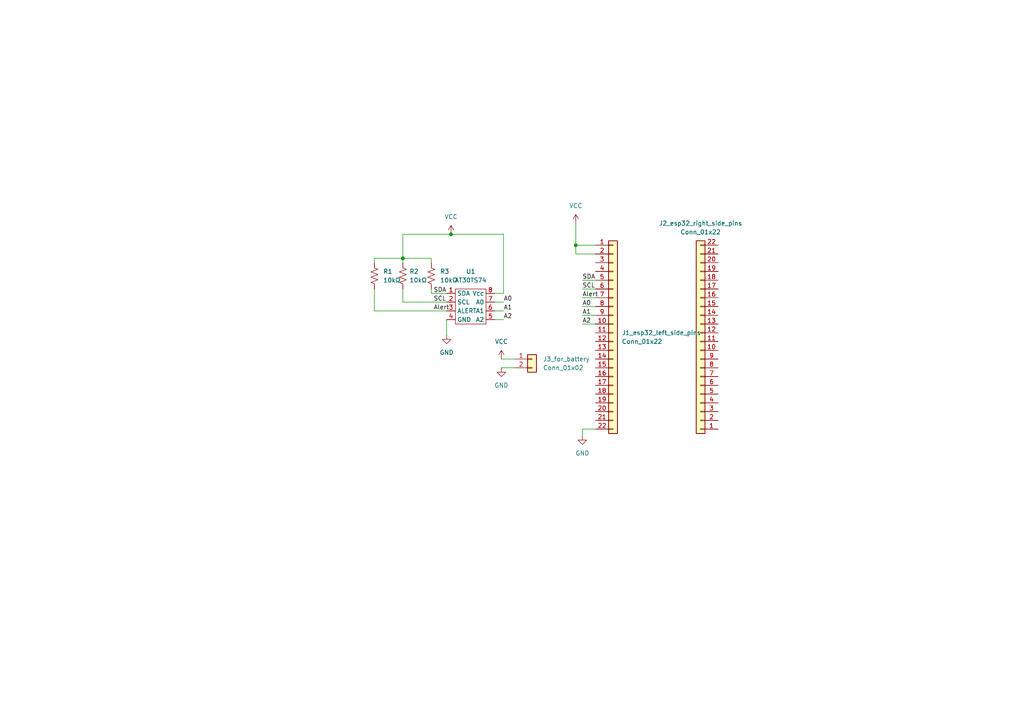
<source format=kicad_sch>
(kicad_sch (version 20211123) (generator eeschema)

  (uuid e63e39d7-6ac0-4ffd-8aa3-1841a4541b55)

  (paper "A4")

  (lib_symbols
    (symbol "Connector_Generic:Conn_01x02" (pin_names (offset 1.016) hide) (in_bom yes) (on_board yes)
      (property "Reference" "J" (id 0) (at 0 2.54 0)
        (effects (font (size 1.27 1.27)))
      )
      (property "Value" "Conn_01x02" (id 1) (at 0 -5.08 0)
        (effects (font (size 1.27 1.27)))
      )
      (property "Footprint" "" (id 2) (at 0 0 0)
        (effects (font (size 1.27 1.27)) hide)
      )
      (property "Datasheet" "~" (id 3) (at 0 0 0)
        (effects (font (size 1.27 1.27)) hide)
      )
      (property "ki_keywords" "connector" (id 4) (at 0 0 0)
        (effects (font (size 1.27 1.27)) hide)
      )
      (property "ki_description" "Generic connector, single row, 01x02, script generated (kicad-library-utils/schlib/autogen/connector/)" (id 5) (at 0 0 0)
        (effects (font (size 1.27 1.27)) hide)
      )
      (property "ki_fp_filters" "Connector*:*_1x??_*" (id 6) (at 0 0 0)
        (effects (font (size 1.27 1.27)) hide)
      )
      (symbol "Conn_01x02_1_1"
        (rectangle (start -1.27 -2.413) (end 0 -2.667)
          (stroke (width 0.1524) (type default) (color 0 0 0 0))
          (fill (type none))
        )
        (rectangle (start -1.27 0.127) (end 0 -0.127)
          (stroke (width 0.1524) (type default) (color 0 0 0 0))
          (fill (type none))
        )
        (rectangle (start -1.27 1.27) (end 1.27 -3.81)
          (stroke (width 0.254) (type default) (color 0 0 0 0))
          (fill (type background))
        )
        (pin passive line (at -5.08 0 0) (length 3.81)
          (name "Pin_1" (effects (font (size 1.27 1.27))))
          (number "1" (effects (font (size 1.27 1.27))))
        )
        (pin passive line (at -5.08 -2.54 0) (length 3.81)
          (name "Pin_2" (effects (font (size 1.27 1.27))))
          (number "2" (effects (font (size 1.27 1.27))))
        )
      )
    )
    (symbol "Connector_Generic:Conn_01x22" (pin_names (offset 1.016) hide) (in_bom yes) (on_board yes)
      (property "Reference" "J" (id 0) (at 0 27.94 0)
        (effects (font (size 1.27 1.27)))
      )
      (property "Value" "Conn_01x22" (id 1) (at 0 -30.48 0)
        (effects (font (size 1.27 1.27)))
      )
      (property "Footprint" "" (id 2) (at 0 0 0)
        (effects (font (size 1.27 1.27)) hide)
      )
      (property "Datasheet" "~" (id 3) (at 0 0 0)
        (effects (font (size 1.27 1.27)) hide)
      )
      (property "ki_keywords" "connector" (id 4) (at 0 0 0)
        (effects (font (size 1.27 1.27)) hide)
      )
      (property "ki_description" "Generic connector, single row, 01x22, script generated (kicad-library-utils/schlib/autogen/connector/)" (id 5) (at 0 0 0)
        (effects (font (size 1.27 1.27)) hide)
      )
      (property "ki_fp_filters" "Connector*:*_1x??_*" (id 6) (at 0 0 0)
        (effects (font (size 1.27 1.27)) hide)
      )
      (symbol "Conn_01x22_1_1"
        (rectangle (start -1.27 -27.813) (end 0 -28.067)
          (stroke (width 0.1524) (type default) (color 0 0 0 0))
          (fill (type none))
        )
        (rectangle (start -1.27 -25.273) (end 0 -25.527)
          (stroke (width 0.1524) (type default) (color 0 0 0 0))
          (fill (type none))
        )
        (rectangle (start -1.27 -22.733) (end 0 -22.987)
          (stroke (width 0.1524) (type default) (color 0 0 0 0))
          (fill (type none))
        )
        (rectangle (start -1.27 -20.193) (end 0 -20.447)
          (stroke (width 0.1524) (type default) (color 0 0 0 0))
          (fill (type none))
        )
        (rectangle (start -1.27 -17.653) (end 0 -17.907)
          (stroke (width 0.1524) (type default) (color 0 0 0 0))
          (fill (type none))
        )
        (rectangle (start -1.27 -15.113) (end 0 -15.367)
          (stroke (width 0.1524) (type default) (color 0 0 0 0))
          (fill (type none))
        )
        (rectangle (start -1.27 -12.573) (end 0 -12.827)
          (stroke (width 0.1524) (type default) (color 0 0 0 0))
          (fill (type none))
        )
        (rectangle (start -1.27 -10.033) (end 0 -10.287)
          (stroke (width 0.1524) (type default) (color 0 0 0 0))
          (fill (type none))
        )
        (rectangle (start -1.27 -7.493) (end 0 -7.747)
          (stroke (width 0.1524) (type default) (color 0 0 0 0))
          (fill (type none))
        )
        (rectangle (start -1.27 -4.953) (end 0 -5.207)
          (stroke (width 0.1524) (type default) (color 0 0 0 0))
          (fill (type none))
        )
        (rectangle (start -1.27 -2.413) (end 0 -2.667)
          (stroke (width 0.1524) (type default) (color 0 0 0 0))
          (fill (type none))
        )
        (rectangle (start -1.27 0.127) (end 0 -0.127)
          (stroke (width 0.1524) (type default) (color 0 0 0 0))
          (fill (type none))
        )
        (rectangle (start -1.27 2.667) (end 0 2.413)
          (stroke (width 0.1524) (type default) (color 0 0 0 0))
          (fill (type none))
        )
        (rectangle (start -1.27 5.207) (end 0 4.953)
          (stroke (width 0.1524) (type default) (color 0 0 0 0))
          (fill (type none))
        )
        (rectangle (start -1.27 7.747) (end 0 7.493)
          (stroke (width 0.1524) (type default) (color 0 0 0 0))
          (fill (type none))
        )
        (rectangle (start -1.27 10.287) (end 0 10.033)
          (stroke (width 0.1524) (type default) (color 0 0 0 0))
          (fill (type none))
        )
        (rectangle (start -1.27 12.827) (end 0 12.573)
          (stroke (width 0.1524) (type default) (color 0 0 0 0))
          (fill (type none))
        )
        (rectangle (start -1.27 15.367) (end 0 15.113)
          (stroke (width 0.1524) (type default) (color 0 0 0 0))
          (fill (type none))
        )
        (rectangle (start -1.27 17.907) (end 0 17.653)
          (stroke (width 0.1524) (type default) (color 0 0 0 0))
          (fill (type none))
        )
        (rectangle (start -1.27 20.447) (end 0 20.193)
          (stroke (width 0.1524) (type default) (color 0 0 0 0))
          (fill (type none))
        )
        (rectangle (start -1.27 22.987) (end 0 22.733)
          (stroke (width 0.1524) (type default) (color 0 0 0 0))
          (fill (type none))
        )
        (rectangle (start -1.27 25.527) (end 0 25.273)
          (stroke (width 0.1524) (type default) (color 0 0 0 0))
          (fill (type none))
        )
        (rectangle (start -1.27 26.67) (end 1.27 -29.21)
          (stroke (width 0.254) (type default) (color 0 0 0 0))
          (fill (type background))
        )
        (pin passive line (at -5.08 25.4 0) (length 3.81)
          (name "Pin_1" (effects (font (size 1.27 1.27))))
          (number "1" (effects (font (size 1.27 1.27))))
        )
        (pin passive line (at -5.08 2.54 0) (length 3.81)
          (name "Pin_10" (effects (font (size 1.27 1.27))))
          (number "10" (effects (font (size 1.27 1.27))))
        )
        (pin passive line (at -5.08 0 0) (length 3.81)
          (name "Pin_11" (effects (font (size 1.27 1.27))))
          (number "11" (effects (font (size 1.27 1.27))))
        )
        (pin passive line (at -5.08 -2.54 0) (length 3.81)
          (name "Pin_12" (effects (font (size 1.27 1.27))))
          (number "12" (effects (font (size 1.27 1.27))))
        )
        (pin passive line (at -5.08 -5.08 0) (length 3.81)
          (name "Pin_13" (effects (font (size 1.27 1.27))))
          (number "13" (effects (font (size 1.27 1.27))))
        )
        (pin passive line (at -5.08 -7.62 0) (length 3.81)
          (name "Pin_14" (effects (font (size 1.27 1.27))))
          (number "14" (effects (font (size 1.27 1.27))))
        )
        (pin passive line (at -5.08 -10.16 0) (length 3.81)
          (name "Pin_15" (effects (font (size 1.27 1.27))))
          (number "15" (effects (font (size 1.27 1.27))))
        )
        (pin passive line (at -5.08 -12.7 0) (length 3.81)
          (name "Pin_16" (effects (font (size 1.27 1.27))))
          (number "16" (effects (font (size 1.27 1.27))))
        )
        (pin passive line (at -5.08 -15.24 0) (length 3.81)
          (name "Pin_17" (effects (font (size 1.27 1.27))))
          (number "17" (effects (font (size 1.27 1.27))))
        )
        (pin passive line (at -5.08 -17.78 0) (length 3.81)
          (name "Pin_18" (effects (font (size 1.27 1.27))))
          (number "18" (effects (font (size 1.27 1.27))))
        )
        (pin passive line (at -5.08 -20.32 0) (length 3.81)
          (name "Pin_19" (effects (font (size 1.27 1.27))))
          (number "19" (effects (font (size 1.27 1.27))))
        )
        (pin passive line (at -5.08 22.86 0) (length 3.81)
          (name "Pin_2" (effects (font (size 1.27 1.27))))
          (number "2" (effects (font (size 1.27 1.27))))
        )
        (pin passive line (at -5.08 -22.86 0) (length 3.81)
          (name "Pin_20" (effects (font (size 1.27 1.27))))
          (number "20" (effects (font (size 1.27 1.27))))
        )
        (pin passive line (at -5.08 -25.4 0) (length 3.81)
          (name "Pin_21" (effects (font (size 1.27 1.27))))
          (number "21" (effects (font (size 1.27 1.27))))
        )
        (pin passive line (at -5.08 -27.94 0) (length 3.81)
          (name "Pin_22" (effects (font (size 1.27 1.27))))
          (number "22" (effects (font (size 1.27 1.27))))
        )
        (pin passive line (at -5.08 20.32 0) (length 3.81)
          (name "Pin_3" (effects (font (size 1.27 1.27))))
          (number "3" (effects (font (size 1.27 1.27))))
        )
        (pin passive line (at -5.08 17.78 0) (length 3.81)
          (name "Pin_4" (effects (font (size 1.27 1.27))))
          (number "4" (effects (font (size 1.27 1.27))))
        )
        (pin passive line (at -5.08 15.24 0) (length 3.81)
          (name "Pin_5" (effects (font (size 1.27 1.27))))
          (number "5" (effects (font (size 1.27 1.27))))
        )
        (pin passive line (at -5.08 12.7 0) (length 3.81)
          (name "Pin_6" (effects (font (size 1.27 1.27))))
          (number "6" (effects (font (size 1.27 1.27))))
        )
        (pin passive line (at -5.08 10.16 0) (length 3.81)
          (name "Pin_7" (effects (font (size 1.27 1.27))))
          (number "7" (effects (font (size 1.27 1.27))))
        )
        (pin passive line (at -5.08 7.62 0) (length 3.81)
          (name "Pin_8" (effects (font (size 1.27 1.27))))
          (number "8" (effects (font (size 1.27 1.27))))
        )
        (pin passive line (at -5.08 5.08 0) (length 3.81)
          (name "Pin_9" (effects (font (size 1.27 1.27))))
          (number "9" (effects (font (size 1.27 1.27))))
        )
      )
    )
    (symbol "Device:R_US" (pin_numbers hide) (pin_names (offset 0)) (in_bom yes) (on_board yes)
      (property "Reference" "R" (id 0) (at 2.54 0 90)
        (effects (font (size 1.27 1.27)))
      )
      (property "Value" "R_US" (id 1) (at -2.54 0 90)
        (effects (font (size 1.27 1.27)))
      )
      (property "Footprint" "" (id 2) (at 1.016 -0.254 90)
        (effects (font (size 1.27 1.27)) hide)
      )
      (property "Datasheet" "~" (id 3) (at 0 0 0)
        (effects (font (size 1.27 1.27)) hide)
      )
      (property "ki_keywords" "R res resistor" (id 4) (at 0 0 0)
        (effects (font (size 1.27 1.27)) hide)
      )
      (property "ki_description" "Resistor, US symbol" (id 5) (at 0 0 0)
        (effects (font (size 1.27 1.27)) hide)
      )
      (property "ki_fp_filters" "R_*" (id 6) (at 0 0 0)
        (effects (font (size 1.27 1.27)) hide)
      )
      (symbol "R_US_0_1"
        (polyline
          (pts
            (xy 0 -2.286)
            (xy 0 -2.54)
          )
          (stroke (width 0) (type default) (color 0 0 0 0))
          (fill (type none))
        )
        (polyline
          (pts
            (xy 0 2.286)
            (xy 0 2.54)
          )
          (stroke (width 0) (type default) (color 0 0 0 0))
          (fill (type none))
        )
        (polyline
          (pts
            (xy 0 -0.762)
            (xy 1.016 -1.143)
            (xy 0 -1.524)
            (xy -1.016 -1.905)
            (xy 0 -2.286)
          )
          (stroke (width 0) (type default) (color 0 0 0 0))
          (fill (type none))
        )
        (polyline
          (pts
            (xy 0 0.762)
            (xy 1.016 0.381)
            (xy 0 0)
            (xy -1.016 -0.381)
            (xy 0 -0.762)
          )
          (stroke (width 0) (type default) (color 0 0 0 0))
          (fill (type none))
        )
        (polyline
          (pts
            (xy 0 2.286)
            (xy 1.016 1.905)
            (xy 0 1.524)
            (xy -1.016 1.143)
            (xy 0 0.762)
          )
          (stroke (width 0) (type default) (color 0 0 0 0))
          (fill (type none))
        )
      )
      (symbol "R_US_1_1"
        (pin passive line (at 0 3.81 270) (length 1.27)
          (name "~" (effects (font (size 1.27 1.27))))
          (number "1" (effects (font (size 1.27 1.27))))
        )
        (pin passive line (at 0 -3.81 90) (length 1.27)
          (name "~" (effects (font (size 1.27 1.27))))
          (number "2" (effects (font (size 1.27 1.27))))
        )
      )
    )
    (symbol "Temp Sensors:AT30TS74" (in_bom yes) (on_board yes)
      (property "Reference" "U" (id 0) (at 0 0 0)
        (effects (font (size 1.27 1.27)))
      )
      (property "Value" "AT30TS74" (id 1) (at 0 0 0)
        (effects (font (size 1.27 1.27)))
      )
      (property "Footprint" "" (id 2) (at 0 0 0)
        (effects (font (size 1.27 1.27)) hide)
      )
      (property "Datasheet" "" (id 3) (at 0 0 0)
        (effects (font (size 1.27 1.27)) hide)
      )
      (symbol "AT30TS74_0_1"
        (rectangle (start -3.81 13.97) (end 5.08 3.81)
          (stroke (width 0) (type default) (color 0 0 0 0))
          (fill (type none))
        )
      )
      (symbol "AT30TS74_1_1"
        (pin bidirectional line (at -6.35 12.7 0) (length 2.54)
          (name "SDA" (effects (font (size 1.27 1.27))))
          (number "1" (effects (font (size 1.27 1.27))))
        )
        (pin input line (at -6.35 10.16 0) (length 2.54)
          (name "SCL" (effects (font (size 1.27 1.27))))
          (number "2" (effects (font (size 1.27 1.27))))
        )
        (pin output line (at -6.35 7.62 0) (length 2.54)
          (name "ALERT" (effects (font (size 1.27 1.27))))
          (number "3" (effects (font (size 1.27 1.27))))
        )
        (pin input line (at -6.35 5.08 0) (length 2.54)
          (name "GND" (effects (font (size 1.27 1.27))))
          (number "4" (effects (font (size 1.27 1.27))))
        )
        (pin input line (at 7.62 5.08 180) (length 2.54)
          (name "A2" (effects (font (size 1.27 1.27))))
          (number "5" (effects (font (size 1.27 1.27))))
        )
        (pin input line (at 7.62 7.62 180) (length 2.54)
          (name "A1" (effects (font (size 1.27 1.27))))
          (number "6" (effects (font (size 1.27 1.27))))
        )
        (pin input line (at 7.62 10.16 180) (length 2.54)
          (name "A0" (effects (font (size 1.27 1.27))))
          (number "7" (effects (font (size 1.27 1.27))))
        )
        (pin input line (at 7.62 12.7 180) (length 2.54)
          (name "Vcc" (effects (font (size 1.27 1.27))))
          (number "8" (effects (font (size 1.27 1.27))))
        )
      )
    )
    (symbol "power:GND" (power) (pin_names (offset 0)) (in_bom yes) (on_board yes)
      (property "Reference" "#PWR" (id 0) (at 0 -6.35 0)
        (effects (font (size 1.27 1.27)) hide)
      )
      (property "Value" "GND" (id 1) (at 0 -3.81 0)
        (effects (font (size 1.27 1.27)))
      )
      (property "Footprint" "" (id 2) (at 0 0 0)
        (effects (font (size 1.27 1.27)) hide)
      )
      (property "Datasheet" "" (id 3) (at 0 0 0)
        (effects (font (size 1.27 1.27)) hide)
      )
      (property "ki_keywords" "power-flag" (id 4) (at 0 0 0)
        (effects (font (size 1.27 1.27)) hide)
      )
      (property "ki_description" "Power symbol creates a global label with name \"GND\" , ground" (id 5) (at 0 0 0)
        (effects (font (size 1.27 1.27)) hide)
      )
      (symbol "GND_0_1"
        (polyline
          (pts
            (xy 0 0)
            (xy 0 -1.27)
            (xy 1.27 -1.27)
            (xy 0 -2.54)
            (xy -1.27 -1.27)
            (xy 0 -1.27)
          )
          (stroke (width 0) (type default) (color 0 0 0 0))
          (fill (type none))
        )
      )
      (symbol "GND_1_1"
        (pin power_in line (at 0 0 270) (length 0) hide
          (name "GND" (effects (font (size 1.27 1.27))))
          (number "1" (effects (font (size 1.27 1.27))))
        )
      )
    )
    (symbol "power:VCC" (power) (pin_names (offset 0)) (in_bom yes) (on_board yes)
      (property "Reference" "#PWR" (id 0) (at 0 -3.81 0)
        (effects (font (size 1.27 1.27)) hide)
      )
      (property "Value" "VCC" (id 1) (at 0 3.81 0)
        (effects (font (size 1.27 1.27)))
      )
      (property "Footprint" "" (id 2) (at 0 0 0)
        (effects (font (size 1.27 1.27)) hide)
      )
      (property "Datasheet" "" (id 3) (at 0 0 0)
        (effects (font (size 1.27 1.27)) hide)
      )
      (property "ki_keywords" "power-flag" (id 4) (at 0 0 0)
        (effects (font (size 1.27 1.27)) hide)
      )
      (property "ki_description" "Power symbol creates a global label with name \"VCC\"" (id 5) (at 0 0 0)
        (effects (font (size 1.27 1.27)) hide)
      )
      (symbol "VCC_0_1"
        (polyline
          (pts
            (xy -0.762 1.27)
            (xy 0 2.54)
          )
          (stroke (width 0) (type default) (color 0 0 0 0))
          (fill (type none))
        )
        (polyline
          (pts
            (xy 0 0)
            (xy 0 2.54)
          )
          (stroke (width 0) (type default) (color 0 0 0 0))
          (fill (type none))
        )
        (polyline
          (pts
            (xy 0 2.54)
            (xy 0.762 1.27)
          )
          (stroke (width 0) (type default) (color 0 0 0 0))
          (fill (type none))
        )
      )
      (symbol "VCC_1_1"
        (pin power_in line (at 0 0 90) (length 0) hide
          (name "VCC" (effects (font (size 1.27 1.27))))
          (number "1" (effects (font (size 1.27 1.27))))
        )
      )
    )
  )

  (junction (at 167.005 71.12) (diameter 0) (color 0 0 0 0)
    (uuid 634fbb43-a6df-4b90-b605-6c2815283afc)
  )
  (junction (at 116.84 74.93) (diameter 0) (color 0 0 0 0)
    (uuid 6d88bdbe-c888-4646-8a33-0dccb85024be)
  )
  (junction (at 130.81 67.945) (diameter 0) (color 0 0 0 0)
    (uuid c8d96764-aab0-459f-9143-47962833880e)
  )

  (wire (pts (xy 116.84 74.93) (xy 116.84 76.2))
    (stroke (width 0) (type default) (color 0 0 0 0))
    (uuid 02024209-ce7c-4340-91a2-371cc383fe20)
  )
  (wire (pts (xy 143.51 87.63) (xy 146.05 87.63))
    (stroke (width 0) (type default) (color 0 0 0 0))
    (uuid 0ac076c9-efa1-4b22-bb7d-587b84df8c88)
  )
  (wire (pts (xy 168.91 91.44) (xy 172.72 91.44))
    (stroke (width 0) (type default) (color 0 0 0 0))
    (uuid 0bcd1a6b-924d-4927-a948-feb26e28e4ce)
  )
  (wire (pts (xy 146.05 85.09) (xy 146.05 67.945))
    (stroke (width 0) (type default) (color 0 0 0 0))
    (uuid 0d255299-2b55-4320-9d76-a7e4a1aa3a67)
  )
  (wire (pts (xy 167.005 71.12) (xy 167.005 73.66))
    (stroke (width 0) (type default) (color 0 0 0 0))
    (uuid 10c90f84-bac5-4133-be21-ebbb7da8f547)
  )
  (wire (pts (xy 129.54 87.63) (xy 116.84 87.63))
    (stroke (width 0) (type default) (color 0 0 0 0))
    (uuid 2bb74159-ccb4-441d-b391-98059a48dcfa)
  )
  (wire (pts (xy 108.585 74.93) (xy 108.585 76.2))
    (stroke (width 0) (type default) (color 0 0 0 0))
    (uuid 2da13d6f-05be-455d-b411-4e9c5197856e)
  )
  (wire (pts (xy 125.095 76.2) (xy 125.095 74.93))
    (stroke (width 0) (type default) (color 0 0 0 0))
    (uuid 35096634-172a-4266-8e0e-bd8ec50b4814)
  )
  (wire (pts (xy 168.91 88.9) (xy 172.72 88.9))
    (stroke (width 0) (type default) (color 0 0 0 0))
    (uuid 3fffc392-7409-407b-b594-08accf1862b6)
  )
  (wire (pts (xy 168.91 93.98) (xy 172.72 93.98))
    (stroke (width 0) (type default) (color 0 0 0 0))
    (uuid 44a24ea6-759f-458d-a6ac-93b7d32977ed)
  )
  (wire (pts (xy 168.91 83.82) (xy 172.72 83.82))
    (stroke (width 0) (type default) (color 0 0 0 0))
    (uuid 4c06e533-c7b6-4e82-9e2d-a6f40155a94e)
  )
  (wire (pts (xy 168.91 86.36) (xy 172.72 86.36))
    (stroke (width 0) (type default) (color 0 0 0 0))
    (uuid 5278478d-456e-47f8-9f83-c62afbf0988b)
  )
  (wire (pts (xy 172.72 124.46) (xy 168.91 124.46))
    (stroke (width 0) (type default) (color 0 0 0 0))
    (uuid 5d539f75-05b5-49a4-b2dc-e12b73dcb495)
  )
  (wire (pts (xy 145.415 104.14) (xy 149.225 104.14))
    (stroke (width 0) (type default) (color 0 0 0 0))
    (uuid 6073af31-53c2-49de-8aa1-5c5505054de0)
  )
  (wire (pts (xy 116.84 74.93) (xy 125.095 74.93))
    (stroke (width 0) (type default) (color 0 0 0 0))
    (uuid 61a355d9-5231-4699-9738-3ec704d44035)
  )
  (wire (pts (xy 143.51 90.17) (xy 146.05 90.17))
    (stroke (width 0) (type default) (color 0 0 0 0))
    (uuid 71508de7-2379-42a3-8796-7d6a9e13ad03)
  )
  (wire (pts (xy 125.095 83.82) (xy 125.095 85.09))
    (stroke (width 0) (type default) (color 0 0 0 0))
    (uuid 73eb8cce-d31f-424a-b1d5-e63d534c181c)
  )
  (wire (pts (xy 143.51 92.71) (xy 146.05 92.71))
    (stroke (width 0) (type default) (color 0 0 0 0))
    (uuid 755fee50-2a88-44bb-8a58-1411d7eff695)
  )
  (wire (pts (xy 116.84 83.82) (xy 116.84 87.63))
    (stroke (width 0) (type default) (color 0 0 0 0))
    (uuid 78e288f6-3219-43f5-b222-0b33e0a0eac8)
  )
  (wire (pts (xy 172.72 71.12) (xy 167.005 71.12))
    (stroke (width 0) (type default) (color 0 0 0 0))
    (uuid 86b479b8-dc79-4f2e-a729-719d6abad17b)
  )
  (wire (pts (xy 168.91 81.28) (xy 172.72 81.28))
    (stroke (width 0) (type default) (color 0 0 0 0))
    (uuid a48a44f2-3c90-4840-9631-fba0ba987a31)
  )
  (wire (pts (xy 116.84 67.945) (xy 116.84 74.93))
    (stroke (width 0) (type default) (color 0 0 0 0))
    (uuid ac2d7347-d054-4357-a487-948836c4b634)
  )
  (wire (pts (xy 108.585 83.82) (xy 108.585 90.17))
    (stroke (width 0) (type default) (color 0 0 0 0))
    (uuid c39ea287-ed92-42cf-a42f-0a058487a5d7)
  )
  (wire (pts (xy 167.005 64.77) (xy 167.005 71.12))
    (stroke (width 0) (type default) (color 0 0 0 0))
    (uuid c9aa2994-c39c-4ab3-952c-91f132e9dd28)
  )
  (wire (pts (xy 143.51 85.09) (xy 146.05 85.09))
    (stroke (width 0) (type default) (color 0 0 0 0))
    (uuid cd25f273-e43e-4873-a1ff-7dd0cfff250d)
  )
  (wire (pts (xy 172.72 73.66) (xy 167.005 73.66))
    (stroke (width 0) (type default) (color 0 0 0 0))
    (uuid d2d13151-4e30-4405-9d5f-9b9711d0687b)
  )
  (wire (pts (xy 145.415 106.68) (xy 149.225 106.68))
    (stroke (width 0) (type default) (color 0 0 0 0))
    (uuid d5cffccb-9972-463f-989f-cb3ee270427e)
  )
  (wire (pts (xy 129.54 92.71) (xy 129.54 97.155))
    (stroke (width 0) (type default) (color 0 0 0 0))
    (uuid d62acfcd-78e9-48e2-8cfb-4057b64de403)
  )
  (wire (pts (xy 129.54 90.17) (xy 108.585 90.17))
    (stroke (width 0) (type default) (color 0 0 0 0))
    (uuid daaa414d-49a8-4397-86ba-295d6dedf1a8)
  )
  (wire (pts (xy 116.84 67.945) (xy 130.81 67.945))
    (stroke (width 0) (type default) (color 0 0 0 0))
    (uuid e5f41159-2bff-44c2-af46-7ef1588347c3)
  )
  (wire (pts (xy 146.05 67.945) (xy 130.81 67.945))
    (stroke (width 0) (type default) (color 0 0 0 0))
    (uuid e637e37a-5cb8-463a-a0d0-9051b774f49a)
  )
  (wire (pts (xy 129.54 85.09) (xy 125.095 85.09))
    (stroke (width 0) (type default) (color 0 0 0 0))
    (uuid f8b22858-19d0-4658-8c54-d50707981b51)
  )
  (wire (pts (xy 168.91 124.46) (xy 168.91 126.365))
    (stroke (width 0) (type default) (color 0 0 0 0))
    (uuid f9da101c-bbb7-4aab-872c-61dbbf2fb333)
  )
  (wire (pts (xy 108.585 74.93) (xy 116.84 74.93))
    (stroke (width 0) (type default) (color 0 0 0 0))
    (uuid fc2e6937-75ad-4c5e-862d-3bdf44129aa7)
  )

  (label "SCL" (at 168.91 83.82 0)
    (effects (font (size 1.27 1.27)) (justify left bottom))
    (uuid 21a69550-3346-4648-ae78-c3386a8342fa)
  )
  (label "A2" (at 146.05 92.71 0)
    (effects (font (size 1.27 1.27)) (justify left bottom))
    (uuid 3a072549-dda6-4953-bdfe-dd6190d4a61b)
  )
  (label "A1" (at 146.05 90.17 0)
    (effects (font (size 1.27 1.27)) (justify left bottom))
    (uuid 3b204b87-4d85-4224-90d3-2c62fdaacf52)
  )
  (label "A0" (at 146.05 87.63 0)
    (effects (font (size 1.27 1.27)) (justify left bottom))
    (uuid 44ae28a0-df72-45f7-8270-2dd06f1cdb3c)
  )
  (label "SDA" (at 125.73 85.09 0)
    (effects (font (size 1.27 1.27)) (justify left bottom))
    (uuid 6175e2dc-603e-498f-8d62-339725f0603f)
  )
  (label "A1" (at 168.91 91.44 0)
    (effects (font (size 1.27 1.27)) (justify left bottom))
    (uuid 805e6430-947c-486d-bae1-e545d51b12c5)
  )
  (label "Alert" (at 168.91 86.36 0)
    (effects (font (size 1.27 1.27)) (justify left bottom))
    (uuid 89a7fc2c-c08b-4370-94bc-d973326f7073)
  )
  (label "Alert" (at 125.73 90.17 0)
    (effects (font (size 1.27 1.27)) (justify left bottom))
    (uuid 92486822-8ece-4270-8efc-aa70dbb6fa64)
  )
  (label "SDA" (at 168.91 81.28 0)
    (effects (font (size 1.27 1.27)) (justify left bottom))
    (uuid c7690352-2200-4e7f-bd0f-7fe3dd24cec6)
  )
  (label "A2" (at 168.91 93.98 0)
    (effects (font (size 1.27 1.27)) (justify left bottom))
    (uuid cd4bc88a-8423-45e0-835f-facb8208a502)
  )
  (label "SCL" (at 125.73 87.63 0)
    (effects (font (size 1.27 1.27)) (justify left bottom))
    (uuid ddeb7290-ccba-4429-869f-ccaeb1cc6577)
  )
  (label "A0" (at 168.91 88.9 0)
    (effects (font (size 1.27 1.27)) (justify left bottom))
    (uuid f6817234-9996-44b3-bae3-311205040821)
  )

  (symbol (lib_id "power:VCC") (at 167.005 64.77 0) (unit 1)
    (in_bom yes) (on_board yes) (fields_autoplaced)
    (uuid 04c0bcc4-1d7d-49a7-897d-3b820d490822)
    (property "Reference" "#PWR04" (id 0) (at 167.005 68.58 0)
      (effects (font (size 1.27 1.27)) hide)
    )
    (property "Value" "VCC" (id 1) (at 167.005 59.69 0))
    (property "Footprint" "" (id 2) (at 167.005 64.77 0)
      (effects (font (size 1.27 1.27)) hide)
    )
    (property "Datasheet" "" (id 3) (at 167.005 64.77 0)
      (effects (font (size 1.27 1.27)) hide)
    )
    (pin "1" (uuid e08464c6-9dff-4cd7-8c70-7eb6596638a4))
  )

  (symbol (lib_id "power:GND") (at 129.54 97.155 0) (unit 1)
    (in_bom yes) (on_board yes) (fields_autoplaced)
    (uuid 04d44784-21ba-4af4-a79e-82da374747a6)
    (property "Reference" "#PWR01" (id 0) (at 129.54 103.505 0)
      (effects (font (size 1.27 1.27)) hide)
    )
    (property "Value" "GND" (id 1) (at 129.54 102.235 0))
    (property "Footprint" "" (id 2) (at 129.54 97.155 0)
      (effects (font (size 1.27 1.27)) hide)
    )
    (property "Datasheet" "" (id 3) (at 129.54 97.155 0)
      (effects (font (size 1.27 1.27)) hide)
    )
    (pin "1" (uuid af4642eb-9d03-49a2-ad8d-c163eb334d6f))
  )

  (symbol (lib_id "Device:R_US") (at 108.585 80.01 0) (unit 1)
    (in_bom yes) (on_board yes) (fields_autoplaced)
    (uuid 193d007f-8099-4c51-b9f0-e58141240683)
    (property "Reference" "R1" (id 0) (at 111.125 78.7399 0)
      (effects (font (size 1.27 1.27)) (justify left))
    )
    (property "Value" "10kΩ" (id 1) (at 111.125 81.2799 0)
      (effects (font (size 1.27 1.27)) (justify left))
    )
    (property "Footprint" "Resistor_SMD:R_0805_2012Metric_Pad1.20x1.40mm_HandSolder" (id 2) (at 109.601 80.264 90)
      (effects (font (size 1.27 1.27)) hide)
    )
    (property "Datasheet" "~" (id 3) (at 108.585 80.01 0)
      (effects (font (size 1.27 1.27)) hide)
    )
    (pin "1" (uuid 7b689663-d4e3-40ba-9abb-cfd73a59d416))
    (pin "2" (uuid e302535d-6503-4dfd-b65e-6c8293a3f335))
  )

  (symbol (lib_id "Connector_Generic:Conn_01x22") (at 177.8 96.52 0) (unit 1)
    (in_bom yes) (on_board yes) (fields_autoplaced)
    (uuid 2f3fd508-c5e9-49ed-9fe9-6bdcdc6f5a8e)
    (property "Reference" "J1_esp32_left_side_pins" (id 0) (at 180.34 96.5199 0)
      (effects (font (size 1.27 1.27)) (justify left))
    )
    (property "Value" "Conn_01x22" (id 1) (at 180.34 99.0599 0)
      (effects (font (size 1.27 1.27)) (justify left))
    )
    (property "Footprint" "" (id 2) (at 177.8 96.52 0)
      (effects (font (size 1.27 1.27)) hide)
    )
    (property "Datasheet" "~" (id 3) (at 177.8 96.52 0)
      (effects (font (size 1.27 1.27)) hide)
    )
    (pin "1" (uuid 448be6d8-945e-4781-95fb-9f3bda5771de))
    (pin "10" (uuid 5703b3d9-166b-4225-8709-6d7799d6d901))
    (pin "11" (uuid 7933bb5b-6f3f-43d2-a540-42a6643923b5))
    (pin "12" (uuid c843b875-49eb-4965-8514-9250b2fe72d7))
    (pin "13" (uuid f7b371a3-ebe4-418b-9995-088ad110da91))
    (pin "14" (uuid 5a1d37b2-b4ca-4d3e-b394-327589dc2deb))
    (pin "15" (uuid 062059c9-8380-4e44-92f5-fba8ed47986b))
    (pin "16" (uuid e57bbe4a-84be-4ad1-994f-7ccf148c5716))
    (pin "17" (uuid 8cf9ff4a-c858-4db6-9f15-fa8caf387fb8))
    (pin "18" (uuid 49fbdac9-1e54-413f-95b4-389f3e0b5d40))
    (pin "19" (uuid ee13a412-3417-447f-9387-6f9e66cc2545))
    (pin "2" (uuid ac5155da-9068-4498-b032-f68e2480e586))
    (pin "20" (uuid 38e4091e-2572-4c61-af11-f89162d5328c))
    (pin "21" (uuid c6dda301-c986-4be8-bbc2-1110e642c6f0))
    (pin "22" (uuid c7bce2da-2326-4bab-acc3-d0d0d28ab401))
    (pin "3" (uuid bf72ceea-5838-4473-91c7-c9cbcb8c2976))
    (pin "4" (uuid dd24afbe-95e8-489b-b353-7156fe35c5e1))
    (pin "5" (uuid 3c13c3f8-694a-4b62-bfda-76473e572eda))
    (pin "6" (uuid b0942f39-151e-48cc-8f10-3eb3bd432682))
    (pin "7" (uuid b2f291e0-c84d-4899-a566-7cda89751f83))
    (pin "8" (uuid d091e0a5-a878-4c7d-a798-af7e6236ce9b))
    (pin "9" (uuid 14da9de0-e01d-400b-abae-94c3f1c4ff70))
  )

  (symbol (lib_id "power:GND") (at 145.415 106.68 0) (unit 1)
    (in_bom yes) (on_board yes) (fields_autoplaced)
    (uuid 5eddcd1b-87d7-4960-80f1-77c66cbc105e)
    (property "Reference" "#PWR03" (id 0) (at 145.415 113.03 0)
      (effects (font (size 1.27 1.27)) hide)
    )
    (property "Value" "GND" (id 1) (at 145.415 111.76 0))
    (property "Footprint" "" (id 2) (at 145.415 106.68 0)
      (effects (font (size 1.27 1.27)) hide)
    )
    (property "Datasheet" "" (id 3) (at 145.415 106.68 0)
      (effects (font (size 1.27 1.27)) hide)
    )
    (pin "1" (uuid 96738b4a-fb5d-41b6-be93-0bf2152c8e83))
  )

  (symbol (lib_id "power:VCC") (at 130.81 67.945 0) (unit 1)
    (in_bom yes) (on_board yes) (fields_autoplaced)
    (uuid 5f2b75bc-47c4-4c49-bf25-158a32ecac5e)
    (property "Reference" "#PWR02" (id 0) (at 130.81 71.755 0)
      (effects (font (size 1.27 1.27)) hide)
    )
    (property "Value" "VCC" (id 1) (at 130.81 62.865 0))
    (property "Footprint" "" (id 2) (at 130.81 67.945 0)
      (effects (font (size 1.27 1.27)) hide)
    )
    (property "Datasheet" "" (id 3) (at 130.81 67.945 0)
      (effects (font (size 1.27 1.27)) hide)
    )
    (pin "1" (uuid c78dbc5c-fbc9-42b0-819d-4b9e5bf239a3))
  )

  (symbol (lib_id "Connector_Generic:Conn_01x02") (at 154.305 104.14 0) (unit 1)
    (in_bom yes) (on_board yes) (fields_autoplaced)
    (uuid 762b471d-746b-40db-9491-d51e6f1155aa)
    (property "Reference" "J3_for_battery" (id 0) (at 157.48 104.1399 0)
      (effects (font (size 1.27 1.27)) (justify left))
    )
    (property "Value" "Conn_01x02" (id 1) (at 157.48 106.6799 0)
      (effects (font (size 1.27 1.27)) (justify left))
    )
    (property "Footprint" "" (id 2) (at 154.305 104.14 0)
      (effects (font (size 1.27 1.27)) hide)
    )
    (property "Datasheet" "~" (id 3) (at 154.305 104.14 0)
      (effects (font (size 1.27 1.27)) hide)
    )
    (pin "1" (uuid fa8afef9-021f-4841-b7fd-d4a227209fb3))
    (pin "2" (uuid 347e2698-6f93-4bd5-9c42-31871f02b3f2))
  )

  (symbol (lib_id "Device:R_US") (at 116.84 80.01 0) (unit 1)
    (in_bom yes) (on_board yes) (fields_autoplaced)
    (uuid 7897f435-ca2e-4185-ae83-837e505bab70)
    (property "Reference" "R2" (id 0) (at 118.745 78.7399 0)
      (effects (font (size 1.27 1.27)) (justify left))
    )
    (property "Value" "10kΩ" (id 1) (at 118.745 81.2799 0)
      (effects (font (size 1.27 1.27)) (justify left))
    )
    (property "Footprint" "Resistor_SMD:R_0805_2012Metric_Pad1.20x1.40mm_HandSolder" (id 2) (at 117.856 80.264 90)
      (effects (font (size 1.27 1.27)) hide)
    )
    (property "Datasheet" "~" (id 3) (at 116.84 80.01 0)
      (effects (font (size 1.27 1.27)) hide)
    )
    (pin "1" (uuid 5eb4aecd-e0df-42c4-9716-e679c869f63c))
    (pin "2" (uuid 93aeef62-c4d4-4345-8487-cc4871395e12))
  )

  (symbol (lib_id "Device:R_US") (at 125.095 80.01 0) (unit 1)
    (in_bom yes) (on_board yes) (fields_autoplaced)
    (uuid 7c95d97a-efb2-4f3b-8b5e-1ad95c61ed6b)
    (property "Reference" "R3" (id 0) (at 127.635 78.7399 0)
      (effects (font (size 1.27 1.27)) (justify left))
    )
    (property "Value" "10kΩ" (id 1) (at 127.635 81.2799 0)
      (effects (font (size 1.27 1.27)) (justify left))
    )
    (property "Footprint" "Resistor_SMD:R_0805_2012Metric_Pad1.20x1.40mm_HandSolder" (id 2) (at 126.111 80.264 90)
      (effects (font (size 1.27 1.27)) hide)
    )
    (property "Datasheet" "~" (id 3) (at 125.095 80.01 0)
      (effects (font (size 1.27 1.27)) hide)
    )
    (pin "1" (uuid 9e2c1bd7-b369-4b68-9bb7-4464892a386f))
    (pin "2" (uuid 1ea8f070-35e3-4a9f-954a-e82b8d891446))
  )

  (symbol (lib_id "power:GND") (at 168.91 126.365 0) (unit 1)
    (in_bom yes) (on_board yes) (fields_autoplaced)
    (uuid 90ae4b09-b154-4a19-949a-93f32292ab2d)
    (property "Reference" "#PWR05" (id 0) (at 168.91 132.715 0)
      (effects (font (size 1.27 1.27)) hide)
    )
    (property "Value" "GND" (id 1) (at 168.91 131.445 0))
    (property "Footprint" "" (id 2) (at 168.91 126.365 0)
      (effects (font (size 1.27 1.27)) hide)
    )
    (property "Datasheet" "" (id 3) (at 168.91 126.365 0)
      (effects (font (size 1.27 1.27)) hide)
    )
    (pin "1" (uuid 685f01f9-e78e-43c5-b6c8-9591acd7b293))
  )

  (symbol (lib_id "Connector_Generic:Conn_01x22") (at 203.2 99.06 180) (unit 1)
    (in_bom yes) (on_board yes) (fields_autoplaced)
    (uuid b661902c-b634-4a82-8582-504e1ef775ef)
    (property "Reference" "J2_esp32_right_side_pins" (id 0) (at 203.2 64.77 0))
    (property "Value" "Conn_01x22" (id 1) (at 203.2 67.31 0))
    (property "Footprint" "" (id 2) (at 203.2 99.06 0)
      (effects (font (size 1.27 1.27)) hide)
    )
    (property "Datasheet" "~" (id 3) (at 203.2 99.06 0)
      (effects (font (size 1.27 1.27)) hide)
    )
    (pin "1" (uuid 2f85ce3f-0ce3-48bb-9922-39b751469afe))
    (pin "10" (uuid 7a7a9cc6-c64c-4e6d-98fc-45e75c07aec7))
    (pin "11" (uuid 0a4cc179-fb3d-4f00-8070-82daf051b80d))
    (pin "12" (uuid 36dcca46-85b2-4b89-860f-ed5019057e0c))
    (pin "13" (uuid e42baa4b-a496-4964-ad18-249267b9f439))
    (pin "14" (uuid 9f919f42-d7c0-4144-8f26-96055be66449))
    (pin "15" (uuid 6ef73e13-b90f-4dc4-ae3c-6dd1d621f011))
    (pin "16" (uuid f859bce5-e4c7-456f-aeb2-653d76474602))
    (pin "17" (uuid 15d19d9a-646f-455e-bd1c-1cb45b2f4573))
    (pin "18" (uuid 663cdde4-0ecc-4abf-ada3-2705e7dbaad2))
    (pin "19" (uuid 6def503b-c629-4c78-b674-22d6752b9fae))
    (pin "2" (uuid ade9b13f-10a7-4e58-b9eb-fd780e3e04e0))
    (pin "20" (uuid 5dd1ed6f-e80d-47be-8702-a9e703e1db54))
    (pin "21" (uuid bceb1129-608f-4425-8e59-69b9c707675b))
    (pin "22" (uuid 24a776d0-ee66-48fc-9188-ddeb4e965818))
    (pin "3" (uuid 35a90539-e5bb-40c4-993f-7f25ce910259))
    (pin "4" (uuid 602e31fb-95a8-46bf-b52f-ac7ffc6d7e9a))
    (pin "5" (uuid 64385441-4a87-490e-89ba-1fa52decf1b0))
    (pin "6" (uuid a0eb3a95-d00a-40f1-b01a-411c730f67bf))
    (pin "7" (uuid 0212869f-4297-467d-b993-7fd73deb1555))
    (pin "8" (uuid 9b9d0e36-e02b-452c-80f1-c82232d61368))
    (pin "9" (uuid 00c427eb-1817-453e-b3d6-281b019f0f64))
  )

  (symbol (lib_id "power:VCC") (at 145.415 104.14 0) (unit 1)
    (in_bom yes) (on_board yes) (fields_autoplaced)
    (uuid d5bcdd4d-7f2e-4fae-a182-6711a8686586)
    (property "Reference" "#PWR0101" (id 0) (at 145.415 107.95 0)
      (effects (font (size 1.27 1.27)) hide)
    )
    (property "Value" "VCC" (id 1) (at 145.415 99.06 0))
    (property "Footprint" "" (id 2) (at 145.415 104.14 0)
      (effects (font (size 1.27 1.27)) hide)
    )
    (property "Datasheet" "" (id 3) (at 145.415 104.14 0)
      (effects (font (size 1.27 1.27)) hide)
    )
    (pin "1" (uuid 042a21e0-913b-4710-b033-89e3a91f1aab))
  )

  (symbol (lib_id "Temp Sensors:AT30TS74") (at 135.89 97.79 0) (unit 1)
    (in_bom yes) (on_board yes) (fields_autoplaced)
    (uuid dd287ecc-48c7-4569-84ef-5639ce72358e)
    (property "Reference" "U1" (id 0) (at 136.525 78.74 0))
    (property "Value" "AT30TS74" (id 1) (at 136.525 81.28 0))
    (property "Footprint" "Package_SO:SOIC-8_3.9x4.9mm_P1.27mm" (id 2) (at 135.89 97.79 0)
      (effects (font (size 1.27 1.27)) hide)
    )
    (property "Datasheet" "" (id 3) (at 135.89 97.79 0)
      (effects (font (size 1.27 1.27)) hide)
    )
    (pin "1" (uuid 500a323d-22a9-445d-94a4-e107a0e1ae23))
    (pin "2" (uuid add8f578-f85e-442e-acd9-d94db2a34358))
    (pin "3" (uuid 30daebf0-cbeb-4922-b5ac-6bcdc6ef7222))
    (pin "4" (uuid 5aa61e5e-1b75-483a-806b-011ec86386b5))
    (pin "5" (uuid cad2873e-719f-4144-9660-5fc414d59799))
    (pin "6" (uuid 25d791be-c0ad-4d09-9eea-96847634371d))
    (pin "7" (uuid 4056a76c-ed40-4375-8958-fab8c8eb89d1))
    (pin "8" (uuid fc507f37-311a-4a88-8803-5135386aa883))
  )

  (sheet_instances
    (path "/" (page "1"))
  )

  (symbol_instances
    (path "/04d44784-21ba-4af4-a79e-82da374747a6"
      (reference "#PWR01") (unit 1) (value "GND") (footprint "")
    )
    (path "/5f2b75bc-47c4-4c49-bf25-158a32ecac5e"
      (reference "#PWR02") (unit 1) (value "VCC") (footprint "")
    )
    (path "/5eddcd1b-87d7-4960-80f1-77c66cbc105e"
      (reference "#PWR03") (unit 1) (value "GND") (footprint "")
    )
    (path "/04c0bcc4-1d7d-49a7-897d-3b820d490822"
      (reference "#PWR04") (unit 1) (value "VCC") (footprint "")
    )
    (path "/90ae4b09-b154-4a19-949a-93f32292ab2d"
      (reference "#PWR05") (unit 1) (value "GND") (footprint "")
    )
    (path "/d5bcdd4d-7f2e-4fae-a182-6711a8686586"
      (reference "#PWR0101") (unit 1) (value "VCC") (footprint "")
    )
    (path "/2f3fd508-c5e9-49ed-9fe9-6bdcdc6f5a8e"
      (reference "J1_esp32_left_side_pins") (unit 1) (value "Conn_01x22") (footprint "")
    )
    (path "/b661902c-b634-4a82-8582-504e1ef775ef"
      (reference "J2_esp32_right_side_pins") (unit 1) (value "Conn_01x22") (footprint "")
    )
    (path "/762b471d-746b-40db-9491-d51e6f1155aa"
      (reference "J3_for_battery") (unit 1) (value "Conn_01x02") (footprint "")
    )
    (path "/193d007f-8099-4c51-b9f0-e58141240683"
      (reference "R1") (unit 1) (value "10kΩ") (footprint "Resistor_SMD:R_0805_2012Metric_Pad1.20x1.40mm_HandSolder")
    )
    (path "/7897f435-ca2e-4185-ae83-837e505bab70"
      (reference "R2") (unit 1) (value "10kΩ") (footprint "Resistor_SMD:R_0805_2012Metric_Pad1.20x1.40mm_HandSolder")
    )
    (path "/7c95d97a-efb2-4f3b-8b5e-1ad95c61ed6b"
      (reference "R3") (unit 1) (value "10kΩ") (footprint "Resistor_SMD:R_0805_2012Metric_Pad1.20x1.40mm_HandSolder")
    )
    (path "/dd287ecc-48c7-4569-84ef-5639ce72358e"
      (reference "U1") (unit 1) (value "AT30TS74") (footprint "Package_SO:SOIC-8_3.9x4.9mm_P1.27mm")
    )
  )
)

</source>
